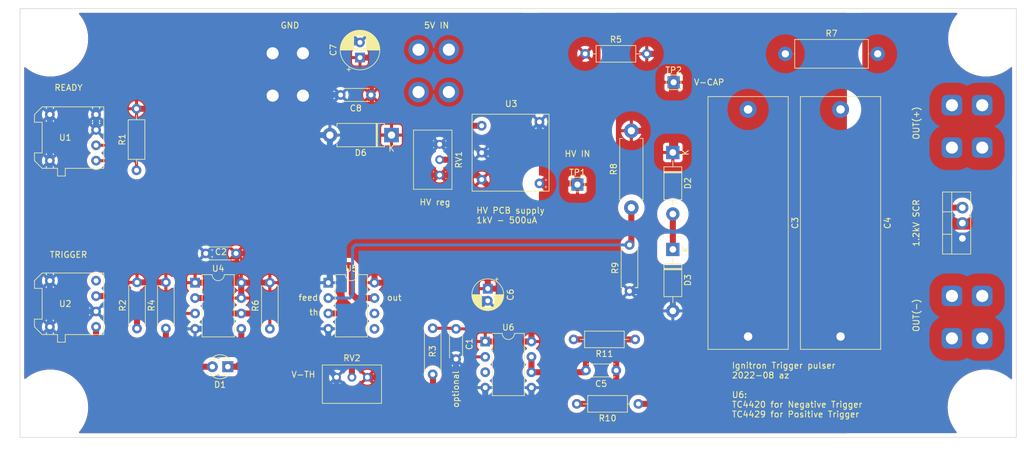
<source format=kicad_pcb>
(kicad_pcb (version 20211014) (generator pcbnew)

  (general
    (thickness 1.6)
  )

  (paper "A4")
  (layers
    (0 "F.Cu" signal)
    (31 "B.Cu" signal)
    (32 "B.Adhes" user "B.Adhesive")
    (33 "F.Adhes" user "F.Adhesive")
    (34 "B.Paste" user)
    (35 "F.Paste" user)
    (36 "B.SilkS" user "B.Silkscreen")
    (37 "F.SilkS" user "F.Silkscreen")
    (38 "B.Mask" user)
    (39 "F.Mask" user)
    (40 "Dwgs.User" user "User.Drawings")
    (41 "Cmts.User" user "User.Comments")
    (42 "Eco1.User" user "User.Eco1")
    (43 "Eco2.User" user "User.Eco2")
    (44 "Edge.Cuts" user)
    (45 "Margin" user)
    (46 "B.CrtYd" user "B.Courtyard")
    (47 "F.CrtYd" user "F.Courtyard")
    (48 "B.Fab" user)
    (49 "F.Fab" user)
    (50 "User.1" user)
    (51 "User.2" user)
    (52 "User.3" user)
    (53 "User.4" user)
    (54 "User.5" user)
    (55 "User.6" user)
    (56 "User.7" user)
    (57 "User.8" user)
    (58 "User.9" user)
  )

  (setup
    (stackup
      (layer "F.SilkS" (type "Top Silk Screen"))
      (layer "F.Paste" (type "Top Solder Paste"))
      (layer "F.Mask" (type "Top Solder Mask") (thickness 0.01))
      (layer "F.Cu" (type "copper") (thickness 0.035))
      (layer "dielectric 1" (type "core") (thickness 1.51) (material "FR4") (epsilon_r 4.5) (loss_tangent 0.02))
      (layer "B.Cu" (type "copper") (thickness 0.035))
      (layer "B.Mask" (type "Bottom Solder Mask") (thickness 0.01))
      (layer "B.Paste" (type "Bottom Solder Paste"))
      (layer "B.SilkS" (type "Bottom Silk Screen"))
      (copper_finish "None")
      (dielectric_constraints no)
    )
    (pad_to_mask_clearance 0)
    (pcbplotparams
      (layerselection 0x00010f0_ffffffff)
      (disableapertmacros false)
      (usegerberextensions true)
      (usegerberattributes true)
      (usegerberadvancedattributes true)
      (creategerberjobfile false)
      (svguseinch false)
      (svgprecision 6)
      (excludeedgelayer true)
      (plotframeref false)
      (viasonmask false)
      (mode 1)
      (useauxorigin false)
      (hpglpennumber 1)
      (hpglpenspeed 20)
      (hpglpendiameter 15.000000)
      (dxfpolygonmode true)
      (dxfimperialunits true)
      (dxfusepcbnewfont true)
      (psnegative false)
      (psa4output false)
      (plotreference true)
      (plotvalue true)
      (plotinvisibletext false)
      (sketchpadsonfab false)
      (subtractmaskfromsilk false)
      (outputformat 1)
      (mirror false)
      (drillshape 0)
      (scaleselection 1)
      (outputdirectory "gerbers/")
    )
  )

  (net 0 "")
  (net 1 "+5V")
  (net 2 "GND")
  (net 3 "/V_CAP")
  (net 4 "Net-(D1-Pad1)")
  (net 5 "Net-(D1-Pad2)")
  (net 6 "Net-(C5-Pad1)")
  (net 7 "Net-(C5-Pad2)")
  (net 8 "Net-(R1-Pad1)")
  (net 9 "Net-(R2-Pad1)")
  (net 10 "/TRIG")
  (net 11 "/HV_OUT")
  (net 12 "Net-(D2-Pad2)")
  (net 13 "Net-(RV1-Pad2)")
  (net 14 "Net-(RV2-Pad2)")
  (net 15 "Net-(U1-Pad2)")
  (net 16 "Net-(D4-Pad3)")
  (net 17 "unconnected-(U2-Pad4)")
  (net 18 "Net-(R8-Pad1)")
  (net 19 "Net-(R3-Pad2)")
  (net 20 "Net-(R6-Pad1)")
  (net 21 "/OUT_N")
  (net 22 "/OUT_P")
  (net 23 "unconnected-(U5-Pad5)")
  (net 24 "unconnected-(U5-Pad6)")
  (net 25 "unconnected-(U6-Pad3)")

  (footprint "MountingHole:MountingHole_2.5mm" (layer "F.Cu") (at 109.902 81.327))

  (footprint "Capacitor_THT:C_Rect_L41.5mm_W13.0mm_P37.50mm_MKS4" (layer "F.Cu") (at 240.25 93 -90))

  (footprint "my_library:Keystone_PC_screw_terminal" (layer "F.Cu") (at 173.64 78.135))

  (footprint "Diode_THT:D_DO-41_SOD81_P10.16mm_Horizontal" (layer "F.Cu") (at 212.586582 100.11 -90))

  (footprint "my_library:Keystone_PC_screw_terminal" (layer "F.Cu") (at 261.62 87.305))

  (footprint "Capacitor_THT:C_Disc_D4.3mm_W1.9mm_P5.00mm" (layer "F.Cu") (at 162.79 90.61 180))

  (footprint "Diode_THT:D_DO-41_SOD81_P10.16mm_Horizontal" (layer "F.Cu") (at 212.586582 116.11 -90))

  (footprint "Diode_THT:D_DO-15_P10.16mm_Horizontal" (layer "F.Cu") (at 166.18 97.24 180))

  (footprint "MountingHole:MountingHole_2.5mm" (layer "F.Cu") (at 264.160239 142.193))

  (footprint "Capacitor_THT:C_Disc_D4.3mm_W1.9mm_P5.00mm" (layer "F.Cu") (at 176.82 129.24 -90))

  (footprint "Resistor_THT:R_Axial_DIN0411_L9.9mm_D3.6mm_P12.70mm_Horizontal" (layer "F.Cu") (at 205.74 109.22 90))

  (footprint "Package_DIP:DIP-8_W7.62mm" (layer "F.Cu") (at 133.78 121.61))

  (footprint "Resistor_THT:R_Axial_DIN0207_L6.3mm_D2.5mm_P7.62mm_Horizontal" (layer "F.Cu") (at 128.96 129.18 90))

  (footprint "Resistor_THT:R_Axial_DIN0207_L6.3mm_D2.5mm_P7.62mm_Horizontal" (layer "F.Cu") (at 172.974 129.1336 -90))

  (footprint "my_library:Versatile_Link" (layer "F.Cu") (at 112.365 104 180))

  (footprint "Package_DIP:DIP-8_W7.62mm" (layer "F.Cu") (at 181.64 131.32))

  (footprint "Resistor_THT:R_Axial_DIN0207_L6.3mm_D2.5mm_P10.16mm_Horizontal" (layer "F.Cu") (at 198.12 83.82))

  (footprint "Potentiometer_THT:Potentiometer_Bourns_3299W_Vertical" (layer "F.Cu") (at 162.19 137.225))

  (footprint "Capacitor_THT:CP_Radial_D6.3mm_P2.50mm" (layer "F.Cu") (at 160.98 84.44238 90))

  (footprint "my_library:Keystone_PC_screw_terminal" (layer "F.Cu") (at 149.57 78.725))

  (footprint "Resistor_THT:R_Axial_DIN0207_L6.3mm_D2.5mm_P7.62mm_Horizontal" (layer "F.Cu") (at 124.2 129.18 90))

  (footprint "my_library:UMHV" (layer "F.Cu") (at 185.82 89.98))

  (footprint "TestPoint:TestPoint_THTPad_2.0x2.0mm_Drill1.0mm" (layer "F.Cu") (at 196.85 105.41))

  (footprint "Resistor_THT:R_Axial_DIN0207_L6.3mm_D2.5mm_P10.16mm_Horizontal" (layer "F.Cu") (at 206.38 130.98 180))

  (footprint "my_library:Versatile_Link" (layer "F.Cu") (at 112.365 131.4425 180))

  (footprint "Resistor_THT:R_Axial_DIN0207_L6.3mm_D2.5mm_P10.16mm_Horizontal" (layer "F.Cu") (at 124.12 103.05 90))

  (footprint "MountingHole:MountingHole_2.5mm" (layer "F.Cu") (at 109.902 142.193))

  (footprint "Capacitor_THT:CP_Radial_D5.0mm_P2.00mm" (layer "F.Cu") (at 182.06 122.594888 -90))

  (footprint "Capacitor_THT:C_Disc_D4.3mm_W1.9mm_P5.00mm" (layer "F.Cu") (at 203.25 136.1 180))

  (footprint "Capacitor_THT:C_Rect_L41.5mm_W13.0mm_P37.50mm_MKS4" (layer "F.Cu") (at 225 93 -90))

  (footprint "Potentiometer_THT:Potentiometer_Bourns_3299W_Vertical" (layer "F.Cu") (at 174.12 103.84 -90))

  (footprint "LED_THT:LED_D3.0mm" (layer "F.Cu") (at 139.17 135.49 180))

  (footprint "Resistor_THT:R_Axial_DIN0207_L6.3mm_D2.5mm_P7.62mm_Horizontal" (layer "F.Cu") (at 205.436582 123 90))

  (footprint "MountingHole:MountingHole_2.5mm" (layer "F.Cu") (at 264.24 81.327))

  (footprint "TestPoint:TestPoint_THTPad_2.0x2.0mm_Drill1.0mm" (layer "F.Cu") (at 212.716582 88.519))

  (footprint "Resistor_THT:R_Axial_DIN0207_L6.3mm_D2.5mm_P7.62mm_Horizontal" (layer "F.Cu") (at 146.11 129.22 90))

  (footprint "Package_DIP:DIP-8_W7.62mm" (layer "F.Cu") (at 155.75 121.61))

  (footprint "Capacitor_THT:C_Disc_D4.3mm_W1.9mm_P5.00mm" (layer "F.Cu") (at 140.54 116.78 180))

  (footprint "Package_TO_SOT_THT:TO-220-3_Vertical" (layer "F.Cu") (at 260.35 114.3 90))

  (footprint "Resistor_THT:R_Axial_DIN0207_L6.3mm_D2.5mm_P10.16mm_Horizontal" (layer "F.Cu") (at 206.9 141.62 180))

  (footprint "my_library:Keystone_PC_screw_terminal" (layer "F.Cu") (at 261.62 118.801))

  (footprint "Resistor_THT:R_Axial_DIN0414_L11.9mm_D4.5mm_P15.24mm_Horizontal" (layer "F.Cu") (at 231.14 83.82))

  (gr_rect (start 104.902 76.36) (end 269.24 147.16) (layer "Edge.Cuts") (width 0.1) (fill none) (tstamp ee82b68e-edcf-4d9a-8c83-5f8c4dfcb9b7))
  (gr_text "GND" (at 149.42686 79.121) (layer "F.SilkS") (tstamp 2e686623-f64a-4d3d-bc0a-cb40a30388f5)
    (effects (font (size 1 1) (thickness 0.15)))
  )
  (gr_text "Ignitron Trigger pulser\n2022-08 az\n\nU6:\nTC4420 for Negative Trigger\nTC4429 for Positive Trigger" (at 222.25 139.319) (layer "F.SilkS") (tstamp 4442e8fc-e331-4091-9390-cb741866a077)
    (effects (font (size 1 1) (thickness 0.15)) (justify left))
  )
  (gr_text "V-CAP" (at 218.567 88.519) (layer "F.SilkS") (tstamp 468ecb57-4ff0-4e7b-a9fc-8e6bdb7f3dd7)
    (effects (font (size 1 1) (thickness 0.15)))
  )
  (gr_text "feed" (at 150.749 124.079) (layer "F.SilkS") (tstamp 51cc1f5a-3ea3-4936-a394-a0d06ff3bcd6)
    (effects (font (size 1 1) (thickness 0.15)) (justify left))
  )
  (gr_text "HV IN" (at 196.85 100.33) (layer "F.SilkS") (tstamp 52e447c4-6029-42e2-b761-b14f46510186)
    (effects (font (size 1 1) (thickness 0.15)))
  )
  (gr_text "OUT(-)" (at 252.73 127 90) (layer "F.SilkS") (tstamp 6682ae07-3058-4897-a43f-90b77a0d1222)
    (effects (font (size 1 1) (thickness 0.15)))
  )
  (gr_text "th" (at 152.527 126.492) (layer "F.SilkS") (tstamp 699df944-2b37-433d-bfac-d2ec7ac3f66a)
    (effects (font (size 1 1) (thickness 0.15)) (justify left))
  )
  (gr_text "HV reg" (at 173.355 108.331) (layer "F.SilkS") (tstamp 6c827320-923d-4fa8-a569-ccc60c464cee)
    (effects (font (size 1 1) (thickness 0.15)))
  )
  (gr_text "HV PCB supply\n1kV - 500uA" (at 180.086 110.49) (layer "F.SilkS") (tstamp 83fad518-6ad3-4618-9987-339a45d86301)
    (effects (font (size 1 1) (thickness 0.15)) (justify left))
  )
  (gr_text "1.2kV SCR" (at 252.73 111.76 90) (layer "F.SilkS") (tstamp 8ff9a905-a32e-4b8b-989b-9341c22fa706)
    (effects (font (size 1 1) (thickness 0.15)))
  )
  (gr_text "out" (at 165.354 124.079) (layer "F.SilkS") (tstamp 9419857c-2708-4155-861c-2f8eb2570626)
    (effects (font (size 1 1) (thickness 0.15)) (justify left))
  )
  (gr_text "TRIGGER" (at 112.903 116.992451) (layer "F.SilkS") (tstamp a8b2b9bc-375a-46a5-80a0-bb9a279f8412)
    (effects (font (size 1 1) (thickness 0.15)))
  )
  (gr_text "OUT(+)" (at 252.73 95.25 90) (layer "F.SilkS") (tstamp be120f8e-c627-43c0-95ac-698b044bf654)
    (effects (font (size 1 1) (thickness 0.15)))
  )
  (gr_text "5V IN" (at 173.609 79.121) (layer "F.SilkS") (tstamp c7aa7dbf-9584-46a8-9eb1-577f676d2eec)
    (effects (font (size 1 1) (thickness 0.15)))
  )
  (gr_text "optional" (at 176.784 139.192 90) (layer "F.SilkS") (tstamp e0117db4-4184-4334-8464-7b5c505af0a0)
    (effects (font (size 1 1) (thickness 0.15)))
  )
  (gr_text "V-TH" (at 151.638 136.779) (layer "F.SilkS") (tstamp ef8d3e07-6583-4c5d-b473-676b074c9d7e)
    (effects (font (size 1 1) (thickness 0.15)))
  )
  (gr_text "READY" (at 112.903 89.408) (layer "F.SilkS") (tstamp f72ff607-8efd-4a39-a62f-ab44d29428f5)
    (effects (font (size 1 1) (thickness 0.15)))
  )

  (segment (start 180.3125 103.84) (end 181.0575 104.585) (width 1) (layer "F.Cu") (net 1) (tstamp 067063ef-affc-4d22-8463-eb3e4abccdc8))
  (segment (start 140.54 116.78) (end 140.54 120.75) (width 1) (layer "F.Cu") (net 1) (tstamp 0bba68d8-261e-4c5d-885c-c92e580b71ca))
  (segment (start 163.37 121.61) (end 163.37 117.904) (width 1) (layer "F.Cu") (net 1) (tstamp 0f5f4b84-4f7f-458b-8278-363bb65ab740))
  (segment (start 134.4952 92.89) (end 124.12 92.89) (width 1) (layer "F.Cu") (net 1) (tstamp 122bcd35-e801-4408-a510-20a648a1a2e1))
  (segment (start 113.665 90.17) (end 123.444 90.17) (width 0.5) (layer "F.Cu") (net 1) (tstamp 1d161e3d-4840-474f-9f9c-7ea1f32e1673))
  (segment (start 141.4 124.15) (end 141.4 121.61) (width 1) (layer "F.Cu") (net 1) (tstamp 270dd6a6-de21-4520-a2b0-2c63ee6af69e))
  (segment (start 163.407 97.24) (end 163.375 97.208) (width 0.5) (layer "F.Cu") (net 1) (tstamp 287d6b7e-62ac-4bd9-ae10-e61509c1e15b))
  (segment (start 124.2 121.56) (end 128.96 121.56) (width 1) (layer "F.Cu") (net 1) (tstamp 291badd9-9749-438c-8aed-b55e1fee8102))
  (segment (start 124.12 90.846) (end 124.12 92.89) (width 0.5) (layer "F.Cu") (net 1) (tstamp 2a2e22a7-41d3-482a-8127-44a73155e45c))
  (segment (start 124.2 117.977) (end 123.19 116.967) (width 0.5) (layer "F.Cu") (net 1) (tstamp 33743dd0-bd16-484b-8927-2cf4586c4875))
  (segment (start 135.9456 103.84) (end 135.2804 103.1748) (width 1) (layer "F.Cu") (net 1) (tstamp 355b9530-f920-4d58-82da-be4e11708515))
  (segment (start 182.06 122.594888) (end 188.736488 122.594888) (width 1) (layer "F.Cu") (net 1) (tstamp 3929b8f1-f50d-408a-bea0-53ffd46b0c29))
  (segment (start 182.06 105.5875) (end 181.0575 104.585) (width 1) (layer "F.Cu") (net 1) (tstamp 52805042-1d20-4123-9469-e23c62600804))
  (segment (start 163.37 117.904) (end 163.37 117.2944) (width 1) (layer "F.Cu") (net 1) (tstamp 5374a3d0-f13f-4400-847d-e4db1950a5a4))
  (segment (start 175.64 83.135) (end 175.64 90.135) (width 1) (layer "F.Cu") (net 1) (tstamp 5862e9ab-88f0-4e6d-84bd-4fa69c8b8087))
  (segment (start 170.64 83.135) (end 175.64 83.135) (width 1) (layer "F.Cu") (net 1) (tstamp 5de096bd-a678-499d-a267-588431cea570))
  (segment (start 168.864 103.84) (end 163.403 103.84) (width 1) (layer "F.Cu") (net 1) (tstamp 5e415341-a639-4817-9cbd-2578c8da93f6))
  (segment (start 163.375 103.868) (end 163.375 97.208) (width 1) (layer "F.Cu") (net 1) (tstamp 695fffdf-ec99-4adb-a44f-f0a4054a129b))
  (segment (start 163.37 103.873) (end 163.403 103.84) (width 1) (layer "F.Cu") (net 1) (tstamp 6a6cadbd-abe9-41b9-b34a-c33f564dafd0))
  (segment (start 163.37 103.873) (end 163.375 103.868) (width 1) (layer "F.Cu") (net 1) (tstamp 701af9ae-fc21-4d24-8a43-6a63fa4b9e31))
  (segment (start 113.03 116.332) (end 113.03 90.805) (width 0.5) (layer "F.Cu") (net 1) (tstamp 7d6d1bdf-0f69-4e29-b3c2-2be1211b34a9))
  (segment (start 141.41 121.6) (end 141.4 121.61) (width 1) (layer "F.Cu") (net 1) (tstamp 7f6a4ffc-9053-4528-aa48-425ed1001b9b))
  (segment (start 123.19 116.967) (end 113.665 116.967) (width 0.5) (layer "F.Cu") (net 1) (tstamp 80f8883e-5b72-4c2b-b0b4-920219cebb20))
  (segment (start 146.11 121.6) (end 141.41 121.6) (width 1) (layer "F.Cu") (net 1) (tstamp 84913913-2b70-4e7e-8a04-f59dc46fbc82))
  (segment (start 124.2 121.56) (end 124.2 117.977) (width 0.5) (layer "F.Cu") (net 1) (tstamp 85b9af20-e310-49f6-981c-dd6f88cc084a))
  (segment (start 133.78 121.61) (end 141.4 121.61) (width 1) (layer "F.Cu") (net 1) (tstamp 8ca722c2-6464-4aea-9369-deb8f701e676))
  (segment (start 135.2804 93.6752) (end 134.4952 92.89) (width 1) (layer "F.Cu") (net 1) (tstamp 8cb82971-52a3-44d9-a584-022d9394ce70))
  (segment (start 181.64 131.32) (end 189.26 131.32) (width 1) (layer "F.Cu") (net 1) (tstamp 8ec68f44-ab2a-4d36-a32e-8f03142cd26c))
  (segment (start 174.12 103.84) (end 168.864 103.84) (width 1) (layer "F.Cu") (net 1) (tstamp 957e1a66-08a4-475a-abfa-506a0c1efe8b))
  (segment (start 169.33262 84.44238) (end 170.64 83.135) (width 1) (layer "F.Cu") (net 1) (tstamp 99dfc74b-21a8-4fac-a33b-3bfd82550dc0))
  (segment (start 174.12 103.84) (end 180.3125 103.84) (width 1) (layer "F.Cu") (net 1) (tstamp 9c456ba7-5815-4871-9457-b3284de048ff))
  (segment (start 166.5224 122.5296) (end 165.6028 121.61) (width 1) (layer "F.Cu") (net 1) (tstamp 9e7a6bad-0c73-4327-b00b-a423aa4a5b00))
  (segment (start 113.03 90.805) (end 113.665 90.17) (width 0.5) (layer "F.Cu") (net 1) (tstamp a577914d-caa8-4366-b48d-7783b750fc33))
  (segment (start 188.736488 122.594888) (end 189.26 123.1184) (width 1) (layer "F.Cu") (net 1) (tstamp aa3bcff2-a675-4608-9602-36447ec768b1))
  (segment (start 166.5224 135.7884) (end 166.5224 122.5296) (width 1) (layer "F.Cu") (net 1) (tstamp ab2d11b6-fb2a-4f46-ae3f-451fe5e806a1))
  (segment (start 123.444 90.17) (end 124.12 90.846) (width 0.5) (layer "F.Cu") (net 1) (tstamp ab5df0bc-cce0-47b8-87a6-66a36b22c408))
  (segment (start 135.2804 103.1748) (end 135.2804 93.6752) (width 1) (layer "F.Cu") (net 1) (tstamp ac188212-e7eb-4b46-830f-31306ae230ba))
  (segment (start 140.54 116.78) (end 162.8556 116.78) (width 1) (layer "F.Cu") (net 1) (tstamp b0d58a21-2385-48d6-a26b-b74e39154302))
  (segment (start 163.37 117.904) (end 163.37 103.873) (width 1) (layer "F.Cu") (net 1) (tstamp b3cfcc4e-b509-402b-9352-32ba1b98e98c))
  (segment (start 162.79 85.34276) (end 163.69038 84.44238) (width 1) (layer "F.Cu") (net 1) (tstamp b6416343-6143-4fa0-b8fc-843a010d9ec9))
  (segment (start 113.665 116.967) (end 113.03 116.332) (width 0.5) (layer "F.Cu") (net 1) (tstamp be41521b-ebaf-410b-8b59-2340c3c7bf5e))
  (segment (start 162.79 90.61) (end 162.79 85.34276) (width 1) (layer "F.Cu") (net 1) (tstamp c3f82b7b-251b-4900-af38-8158dc93835c))
  (segment (start 163.375 97.208) (end 163.375 94.435) (width 1) (layer "F.Cu") (net 1) (tstamp cdf62bf1-2a61-47a1-9252-74df0e4a12ef))
  (segment (start 182.06 122.594888) (end 182.06 105.5875) (width 1) (layer "F.Cu") (net 1) (tstamp d0b7557e-95a7-4ff0-8475-f63974722e9a))
  (segment (start 166.18 97.24) (end 163.407 97.24) (width 0.5) (layer "F.Cu") (net 1) (tstamp d49cb5be-208a-49b3-8986-3c7b4d22d6f4))
  (segment (start 163.69038 84.44238) (end 169.33262 84.44238) (width 1) (layer "F.Cu") (net 1) (tstamp d4a29348-d493-4924-894f-81676203cdc1))
  (segment (start 165.6028 121.61) (end 163.37 121.61) (width 1) (layer "F.Cu") (net 1) (tstamp d604c46b-10de-4067-b57b-14ec9197374d))
  (segment (start 162.79 90.61) (end 162.79 93.85) (width 1) (layer "F.Cu") (net 1) (tstamp dca8cdb9-cb88-4b82-952f-47a8ccd40ea8))
  (segment (start 189.26 123.1184) (end 189.26 131.32) (width 1) (layer "F.Cu") (net 1) (tstamp e267c532-9ee2-484f-8167-bdfdae44cb51))
  (segment (start 140.54 120.75) (end 141.4 121.61) (width 1) (layer "F.Cu") (net 1) (tstamp e2c5db83-239b-402f-b7fe-ac79505b4aa0))
  (segment (start 163.403 103.84) (end 135.9456 103.84) (width 1) (layer "F.Cu") (net 1) (tstamp e8093a70-a51b-444b-8219-2bb526d151d1))
  (segment (start 162.79 93.85) (end 163.375 94.435) (width 1) (layer "F.Cu") (net 1) (tstamp e9044984-55d6-41a3-b269-f7c47e9eca6b))
  (segment (start 170.64 83.135) (end 170.64 90.135) (width 1) (layer "F.Cu") (net 1) (tstamp e96207aa-125f-4a15-ab25-de7b0bdea0cb))
  (segment (start 162.19 137.225) (end 165.0858 137.225) (width 1) (layer "F.Cu") (net 1) (tstamp ed63f269-826e-468a-ae8f-b66ded22a7a0))
  (segment (start 160.98 84.44238) (end 163.69038 84.44238) (width 1) (layer "F.Cu") (net 1) (tstamp eec8a6a1-daa6-4c6e-a2f8-6e66913bc6ab))
  (segment (start 162.8556 116.78) (end 163.37 117.2944) (width 1) (layer "F.Cu") (net 1) (tstamp f7c59d3b-150e-4fe4-9d7a-d8150b555fa0))
  (segment (start 165.0858 137.225) (end 166.5224 135.7884) (width 1) (layer "F.Cu") (net 1) (tstamp ffc085f0-5f24-4480-9762-f6a7564d320f))
  (segment (start 152.2476 144.1704) (end 156.8196 144.1704) (width 1) (layer "B.Cu") (net 2) (tstamp 026b828f-c145-44b8-a87b-17083d2686fc))
  (segment (start 174.12 98.76) (end 171.4452 98.76) (width 1) (layer "B.Cu") (net 2) (tstamp 07dbc9fd-d974-4a19-977f-78b62683ee86))
  (segment (start 240.25 130.5) (end 225 130.5) (width 1) (layer "B.Cu") (net 2) (tstamp 09a01d93-288f-4506-a562-b85215b34258))
  (segment (start 133.78 129.23) (end 137.0128 129.23) (width 1) (layer "B.Cu") (net 2) (tstamp 0d9ed097-083a-4ca8-98b5-f60a4c12b058))
  (segment (start 225.1456 124.7648) (end 225 124.9104) (width 1) (layer "B.Cu") (net 2) (tstamp 104d2ea9-2986-4f32-af49-91118d92b39e))
  (segment (start 176.82 144.1556) (end 176.8348 144.1704) (width 1) (layer "B.Cu") (net 2) (tstamp 1504993f-0210-4978-9602-705fbf4a4abb))
  (segment (start 117.445 126.3625) (end 110.1065 126.3625) (width 1) (layer "B.Cu") (net 2) (tstamp 16c12f8d-a9ce-4e1f-b395-2ad0bc43e76b))
  (segment (start 189.928 100.14) (end 181.0575 100.14) (width 1) (layer "B.Cu") (net 2) (tstamp 17c9a4ea-1e30-4586-9276-ac3013b91d01))
  (segment (start 171.4452 98.76) (end 169.1 101.1052) (width 1) (layer "B.Cu") (net 2) (tstamp 18cf9091-a2f4-41fe-84e4-b4df1d7bf12e))
  (segment (start 109.825 126.081) (end 109.825 128.9025) (width 1) (layer "B.Cu") (net 2) (tstamp 19babd50-6c56-4c8a-b536-ffdb1164a3d1))
  (segment (start 156.02 101.1052) (end 156.02 115.4816) (width 1) (layer "B.Cu") (net 2) (tstamp 26876a32-8807-4cfb-b77d-1e29e6d8b522))
  (segment (start 146.57 90.725) (end 151.57 90.725) (width 1) (layer "B.Cu") (net 2) (tstamp 26a83821-4bc7-4e41-803f-5e8d19182c3e))
  (segment (start 156.02 115.4816) (end 156.02 121.34) (width 1) (layer "B.Cu") (net 2) (tstamp 27bfdb5a-d4d9-4caf-821e-0fed526dbe2a))
  (segment (start 225 124.9104) (end 225 130.5) (width 1) (layer "B.Cu") (net 2) (tstamp 2a13f6b7-0736-4f87-b001-9b8c789e8b87))
  (segment (start 176.8348 144.1704) (end 181.61 144.1704) (width 1) (layer "B.Cu") (net 2) (tstamp 2e5fbd59-f8ae-420c-b89e-8c299bbfff35))
  (segment (start 181.64 144.1404) (end 181.61 144.1704) (width 1) (layer "B.Cu") (net 2) (tstamp 315ed40d-2ed2-43d4-ab56-86ff969d4795))
  (segment (start 212.586582 126.27) (end 212.586582 123.432582) (width 1) (layer "B.Cu") (net 2) (tstamp 3397b604-311c-4b38-bc60-c8ab48bda992))
  (segment (start 156.02 97.24) (end 156.02 101.1052) (width 1) (layer "B.Cu") (net 2) (tstamp 34f05fae-1baf-4c00-97ee-d83fccb60384))
  (segment (start 260.35 114.3) (end 242.57 114.3) (width 1.5) (layer "B.Cu") (net 2) (tstamp 375cc216-172a-4c41-9f09-6ff6dfda148a))
  (segment (start 109.825 128.9025) (end 109.825 132.7358) (width 1) (layer "B.Cu") (net 2) (tstamp 38c8d13c-d60b-4203-9dc8-3ee086e34d77))
  (segment (start 181.64 138.94) (end 181.64 144.1404) (width 1) (layer "B.Cu") (net 2) (tstamp 52bf8c9f-a7b7-4b89-8df7-108d979d1b8c))
  (segment (start 155.75 135.865) (end 157.11 137.225) (width 1) (layer "B.Cu") (net 2) (tstamp 538a5dae-8fb2-43b3-8c61-973e39d0f8b8))
  (segment (start 135.54 116.78) (end 137.608 116.78) (width 1) (layer "B.Cu") (net 2) (tstamp 59ec3591-075b-47bb-8852-a8e0afa0d6c8))
  (segment (start 112.026665 134.7724) (end 117.665465 140.4112) (width 1) (layer "B.Cu") (net 2) (tstamp 5b02613f-efef-4dd0-85cc-be1c896d096d))
  (segment (start 151.57 83.725) (end 146.57 83.725) (width 1) (layer "B.Cu") (net 2) (tstamp 5bf810e2-0301-40b2-b0db-351f308659e8))
  (segment (start 222.3516 144.1704) (end 225 141.522) (width 1) (layer "B.Cu") (net 2) (tstamp 5f85fd97-41c9-4095-8bcb-a496b4c28b9a))
  (segment (start 151.5364 96.6216) (end 151.57 96.588) (width 1) (layer "B.Cu") (net 2) (tstamp 6640c556-30bc-4fc7-a797-35ec65cf0f77))
  (segment (start 181.61 144.1704) (end 186.9948 144.1704) (width 1) (layer "B.Cu") (net 2) (tstamp 66c97e6e-49ff-48b7-938e-a4ee6251c17f))
  (segment (start 153.35262 81.94238) (end 151.57 83.725) (width 1) (layer "B.Cu") (net 2) (tstamp 678b0808-6a49-4948-bc77-b41d6e5561d1))
  (segment (start 117.445 96.38) (end 117.445 90.8858) (width 1) (layer "B.Cu") (net 2) (tstamp 6d80ade7-b6e9-474b-94de-a6104f53c80e))
  (segment (start 212.154 123) (end 223.3808 123) (width 1) (layer "B.Cu") (net 2) (tstamp 70359891-8746-4b74-9fb2-fa145252d9e0))
  (segment (start 190.5825 95.06) (end 190.5825 99.4855) (width 1) (layer "B.Cu") (net 2) (tstamp 7322f032-5319-4f33-bcd6-9441ee79d3eb))
  (segment (start 174.12 98.76) (end 179.6775 98.76) (width 1) (layer "B.Cu") (net 2) (tstamp 743342c3-1031-4be5-85f5-035a8da720e8))
  (segment (start 109.825 93.84) (end 109.825 126.081) (width 1) (layer "B.Cu") (net 2) (tstamp 7b3ca537-60ed-4e7b-97f3-871d59b36603))
  (segment (start 189.26 142.8704) (end 189.26 138.94) (width 1) (layer "B.Cu") (net 2) (tstamp 7c15e983-d86d-4112-8b09-d22a0e2aa9db))
  (segment (start 117.665465 140.4112) (end 148.4884 140.4112) (width 1) (layer "B.Cu") (net 2) (tstamp 7d6d569a-7369-4b37-b54d-19f8e663e1c4))
  (segment (start 157.11 137.225) (end 157.11 143.88) (width 1) (layer "B.Cu") (net 2) (tstamp 8012a88b-741b-497c-b2fc-98d8d2fc038e))
  (segment (start 151.57 96.588) (end 151.57 90.725) (width 1) (layer "B.Cu") (net 2) (tstamp 80cb90dd-8449-449f-bec1-5e371021e295))
  (segment (start 146.57 83.725) (end 146.57 90.725) (width 1) (layer "B.Cu") (net 2) (tstamp 842c62a3-da79-4cc2-9eb8-0e81d553171d))
  (segment (start 117.6058 90.725) (end 111.5606 90.725) (width 1) (layer "B.Cu") (net 2) (tstamp 86e551fb-c842-4248-aa18-36dd15201ff5))
  (segment (start 169.537112 124.594888) (end 169.164 124.968) (width 1.5) (layer "B.Cu") (net 2) (tstamp 89df74cb-be0a-4207-a8ee-bcac38ec6aa1))
  (segment (start 176.82 134.24) (end 176.82 144.1556) (width 1) (layer "B.Cu") (net 2) (tstamp 8af69020-ca2f-49fb-b40b-eec6f13c666d))
  (segment (start 151.57 83.725) (end 151.57 90.725) (width 1) (layer "B.Cu") (net 2) (tstamp 8ce5f070-df4e-4d8d-b78f-3ef1b6a0875c))
  (segment (start 141.685 90.725) (end 146.57 90.725) (width 1) (layer "B.Cu") (net 2) (tstamp 9564f3a4-6023-4ead-bcf1-3cc369e5ee32))
  (segment (start 170.308 134.24) (end 176.82 134.24) (width 1.5) (layer "B.Cu") (net 2) (tstamp 9cad7aee-f878-47c5-b3a8-5fd983e740e3))
  (segment (start 109.825 92.4606) (end 109.825 93.84) (width 1) (layer "B.Cu") (net 2) (tstamp 9dd5a8cb-6a16-48ca-86e4-360fc9a67dcf))
  (segment (start 152.1548 97.24) (end 151.5364 96.6216) (width 1) (layer "B.Cu") (net 2) (tstamp a18da1d6-412f-494b-867d-28a1d0ab5318))
  (segment (start 111.5606 90.725) (end 109.825 92.4606) (width 1) (layer "B.Cu") (net 2) (tstamp a1edcf75-5f8a-44d4-bcc2-8b43dedf8d3d))
  (segment (start 157.79 90.61) (end 151.685 90.61) (width 1) (layer "B.Cu") (net 2) (tstamp a2e558f5-613f-46e9-9cf9-2bb36cf255b2))
  (segment (start 242.57 114.3) (end 240.25 116.62) (width 1.5) (layer "B.Cu") (net 2) (tstamp a6021812-9e1f-44b0-b46d-462cc7c2435b))
  (segment (start 179.6775 98.76) (end 181.0575 100.14) (width 1) (layer "B.Cu") (net 2) (tstamp a8418fd3-c3ee-4db2-96c7-87cd9a057c45))
  (segment (start 205.436582 123) (end 212.154 123) (width 1) (layer "B.Cu") (net 2) (tstamp a8bd97a1-b910-488e-a709-6d3a182b90b9))
  (segment (start 148.4884 140.4112) (end 152.2476 144.1704) (width 1) (layer "B.Cu") (net 2) (tstamp ab5eedbe-bf43-43a6-87ca-b41cff2974ef))
  (segment (start 186.9948 144.1704) (end 187.96 144.1704) (width 1) (layer "B.Cu") (net 2) (tstamp ab947eae-df72-4d66-8960-0abc3263980c))
  (segment (start 187.96 144.1704) (end 189.26 142.8704) (width 1) (layer "B.Cu") (net 2) (tstamp b42b3d16-0988-4f7b-ad3f-dfc376005ee3))
  (segment (start 137.0128 129.23) (end 137.7696 128.4732) (width 1) (layer "B.Cu") (net 2) (tstamp b717e918-d885-4b5e-8cb9-5f21e632bbf9))
  (segment (start 169.164 133.096) (end 170.308 134.24) (width 1.5) (layer "B.Cu") (net 2) (tstamp b7373fb1-f2d1-4858-b444-c1fa1c7d7589))
  (segment (start 137.7696 116.9416) (end 137.7696 94.6404) (width 1) (layer "B.Cu") (net 2) (tstamp bcda48d7-143f-4339-b650-44c766df9584))
  (segment (start 156.02 121.34) (end 155.75 121.61) (width 1) (layer "B.Cu") (net 2) (tstamp bea25862-abba-489f-bceb-f737bbb678c5))
  (segment (start 146.57 90.725) (end 117.6058 90.725) (width 1) (layer "B.Cu") (net 2) (tstamp c097debe-e454-4251-b206-03e8af27b926))
  (segment (start 110.1065 126.3625) (end 109.825 126.081) (width 1) (layer "B.Cu") (net 2) (tstamp c0acfb15-02d9-42a3-a500-96274a64592b))
  (segment (start 111.8616 134.7724) (end 112.026665 134.7724) (width 1) (layer "B.Cu") (net 2) (tstamp c69efd68-b8d0-497d-ae25-5b69017e5c77))
  (segment (start 182.06 124.594888) (end 169.537112 124.594888) (width 1.5) (layer "B.Cu") (net 2) (tstamp c96061bd-3d95-476c-8bb0-834106b9d3ad))
  (segment (start 186.9948 144.1704) (end 222.3516 144.1704) (width 1) (layer "B.Cu") (net 2) (tstamp c9ce1a3e-47c7-44d0-b996-b5e1371944d4))
  (segment (start 156.8196 144.1704) (end 176.8348 144.1704) (width 1) (layer "B.Cu") (net 2) (tstamp ca3447a0-f277-4f17-aec2-eaa40bb8c817))
  (segment (start 225 141.522) (end 225 130.5) (width 1) (layer "B.Cu") (net 2) (tstamp cabb551b-ff3a-4f07-8ccd-8405510b9c66))
  (segment (start 137.7696 128.4732) (end 137.7696 116.9416) (width 1) (layer "B.Cu") (net 2) (tstamp cb925ac0-73d3-4882-a49f-5147b03d9cea))
  (segment (start 212.586582 123.432582) (end 212.154 123) (width 1) (layer "B.Cu") (net 2) (tstamp cc01b3f4-147d-481d-8902-40d2836a0c1c))
  (segment (start 190.5825 99.4855) (end 189.928 100.14) (width 1) (layer "B.Cu") (net 2) (tstamp d16b71a0-2f71-4865-a6b4-ecbd2bbe910a))
  (segment (start 151.685 90.61) (end 151.57 90.725) (width 1) (layer "B.Cu") (net 2) (tstamp d87cc3e6-70e4-41ba-bfa9-1612995ab3dd))
  (segment (start 160.98 81.94238) (end 153.35262 81.94238) (width 1) (layer "B.Cu") (net 2) (tstamp dce81c27-16c7-4397-b7d9-dfe2225cc620))
  (segment (start 240.25 116.62) (end 240.25 130.5) (width 1.5) (layer "B.Cu") (net 2) (tstamp df22b6a0-f5ef-4e5f-a6d2-a31670a8211a))
  (segment (start 137.608 116.78) (end 137.7696 116.9416) (width 1) (layer "B.Cu") (net 2) (tstamp e154511e-8174-485a-9e18-62db0251620f))
  (segment (start 169.164 124.968) (end 169.164 133.096) (width 1.5) (layer "B.Cu") (net 2) (tstamp e8bfd001-6a4d-48a9-9bf2-3370636ac4d3))
  (segment (start 155.75 129.23) (end 155.75 135.865) (width 1) (layer "B.Cu") (net 2) (tstamp eda6fd21-2ea8-44f4-891c-53d66d7771f2))
  (segment (start 109.825 132.7358) (end 111.8616 134.7724) (width 1) (layer "B.Cu") (net 2) (tstamp ee4ece16-ea5e-4429-865a-74aa915cfdb5))
  (segment (start 117.445 90.8858) (end 117.6058 90.725) (width 1) (layer "B.Cu") (net 2) (tstamp f38ba6d3-1f71-4eeb-a957-2933795ca8f3))
  (segment (start 156.02 97.24) (end 152.1548 97.24) (width 1) (layer "B.Cu") (net 2) (tstamp f86cba30-221c-4482-a722-9565a7604bea))
  (segment (start 137.7696 94.6404) (end 141.685 90.725) (width 1) (layer "B.Cu") (net 2) (tstamp fad4baf9-d512-483e-9c62-5ba683d77963))
  (segment (start 157.11 143.88) (end 156.8196 144.1704) (width 1) (layer "B.Cu") (net 2) (tstamp fb5a7acc-7e27-491b-9150-81e0e84615f0))
  (segment (start 169.1 101.1052) (end 156.02 101.1052) (width 1) (layer "B.Cu") (net 2) (tstamp fed2fd0e-704a-4afe-87e8-ad7286f8a38e))
  (segment (start 223.3808 123) (end 225.1456 124.7648) (width 1) (layer "B.Cu") (net 2) (tstamp ff43067c-f13b-4bbb-abe0-731be03358e0))
  (segment (start 211.455 83.82) (end 212.716582 85.081582) (width 1) (layer "F.Cu") (net 3) (tstamp 0ac5d712-8b22-4039-a8a6-1b4baff1e41f))
  (segment (start 212.716582 92.41) (end 212.716582 88.519) (width 1.5) (layer "F.Cu") (net 3) (tstamp 1323a4ec-1d07-4c42-b62a-d60d9bd5bfbd))
  (segment (start 235.041 93) (end 225 93) (width 1.5) (layer "F.Cu") (net 3) (tstamp 196695a4-f67d-465e-b028-6ae9876eeffb))
  (segment (start 231.14 89.099) (end 235.041 93) (width 1) (layer "F.Cu") (net 3) (tstamp 24d18766-a0ad-4c07-b97c-22915e6811b7))
  (segment (start 205.74 96.52) (end 212.344 96.52) (width 1) (layer "F.Cu") (net 3) (tstamp 57e9346e-8e37-4492-9cce-9087b9445d55))
  (segment (start 212.344 96.52) (end 212.716582 96.892582) (width 1) (layer "F.Cu") (net 3) (tstamp 73750cf9-6165-43b2-a2d7-a6076f3f724a))
  (segment (start 212.716582 88.519) (end 212.716582 96.892582) (width 1.5) (layer "F.Cu") (net 3) (tstamp 79097c73-d5f5-4029-82b6-68f7c771231c))
  (segment (start 240.25 93) (end 235.041 93) (width 1.5) (layer "F.Cu") (net 3) (tstamp 8156162f-f51a-406f-9df4-285ef50dc41e))
  (segment (start 231.14 83.82) (end 231.14 89.099) (width 1) (layer "F.Cu") (net 3) (tstamp be3485fb-9d3c-40d5-abfd-0f4dfff6875d))
  (segment (start 212.716582 99.98) (end 212.586582 100.11) (width 1.5) (layer "F.Cu") (net 3) (tstamp cd377e30-a192-4dd4-b5fa-d775e5c2c804))
  (segment (start 208.28 83.82) (end 211.455 83.82) (width 1) (layer "F.Cu") (net 3) (tstamp da56c52c-01c5-4d0a-8023-09fa9845a86f))
  (segment (start 212.716582 85.081582) (end 212.716582 88.519) (width 1) (layer "F.Cu") (net 3) (tstamp e1e87fbc-81a3-4f39-bc2e-98a0138c5668))
  (segment (start 212.716582 96.892582) (end 212.716582 99.98) (width 1.5) (layer "F.Cu") (net 3) (tstamp ed33d70c-b3e7-4503-971d-c2c960030b98))
  (segment (start 208.28 83.82) (end 231.14 83.82) (width 1) (layer "F.Cu") (net 3) (tstamp f60a4af5-8b13-4331-a1e3-70ebf47d1abc))
  (segment (start 140.6588 135.49) (end 139.17 135.49) (width 1) (layer "F.Cu") (net 4) (tstamp 25aaa79a-8bed-404f-a349-50b4338d6eda))
  (segment (start 141.4 134.7488) (end 140.6588 135.49) (width 1) (layer "F.Cu") (net 4) (tstamp 55a10153-4934-4cbc-ad6f-3617c667d63e))
  (segment (start 141.4 129.23) (end 141.4 134.7488) (width 1) (layer "F.Cu") (net 4) (tstamp 63b27f21-2e98-4da4-8211-8f6822a1da21))
  (segment (start 128.96 129.18) (end 128.96 134.802) (width 1) (layer "F.Cu") (net 5) (tstamp 0859d7de-80e1-4656-a631-01abb052b5c0))
  (segment (start 129.648 135.49) (end 136.63 135.49) (width 1) (layer "F.Cu") (net 5) (tstamp 221ba3fb-0737-489a-ba75-4dacc8be1f36))
  (segment (start 128.96 134.802) (end 129.648 135.49) (width 1) (layer "F.Cu") (net 5) (tstamp 38a8a5d1-da0e-41eb-b99a-ebcda42333e1))
  (segment (start 203.792 130.98) (end 206.38 130.98) (width 1) (layer "F.Cu") (net 6) (tstamp 507f66c7-c410-4b17-b02f-d8f670075e74))
  (segment (start 202.296 141.62) (end 203.25 140.666) (width 1) (layer "F.Cu") (net 6) (tstamp 62e8c368-4aa3-4486-89b9-c54568641688))
  (segment (start 203.25 140.666) (end 203.25 136.1) (width 1) (layer "F.Cu") (net 6) (tstamp 9a37ef8f-7a01-447a-8c47-06410e1f076b))
  (segment (start 203.25 136.1) (end 203.25 131.522) (width 1) (layer "F.Cu") (net 6) (tstamp c6ce749f-bfe5-4710-bc88-c9e3c90008f8))
  (segment (start 203.25 131.522) (end 203.792 130.98) (width 1) (layer "F.Cu") (net 6) (tstamp d951874a-f6b8-4a39-8c68-9552cd0d56c3))
  (segment (start 196.74 141.62) (end 202.296 141.62) (width 1) (layer "F.Cu") (net 6) (tstamp ec57b391-7338-41e1-a453-eaeed51f75e1))
  (segment (start 189.26 133.86) (end 189.26 136.4) (width 1) (layer "F.Cu") (net 7) (tstamp 229fb7d2-6c48-4120-ab8f-3a4cdfead7a0))
  (segment (start 198.25 131.3972) (end 197.8328 130.98) (width 1) (layer "F.Cu") (net 7) (tstamp a4dff66e-e1db-4787-9f26-1e91967ce48e))
  (segment (start 198.25 136.1) (end 198.25 131.3972) (width 1) (layer "F.Cu") (net 7) (tstamp d690dfe4-b74d-464d-bd31-c5fa51b5740e))
  (segment (start 197.8328 130.98) (end 196.22 130.98) (width 1) (layer "F.Cu") (net 7) (tstamp d85236b3-fc8f-4901-b87e-f9f16ac73df9))
  (segment (start 197.95 136.4) (end 198.25 136.1) (width 1) (layer "F.Cu") (net 7) (tstamp ef54d737-e14c-4d0c-a88b-0b55885d2cf7))
  (segment (start 189.26 136.4) (end 197.95 136.4) (width 1) (layer "F.Cu") (net 7) (tstamp f9825c58-09cb-46e1-96b1-d7fd60161d40))
  (segment (start 123.812 101.46) (end 124.12 101.768) (width 0.5) (layer "F.Cu") (net 8) (tstamp 5100bf7c-dadb-482c-8a11-d4ea0e48e7b0))
  (segment (start 117.445 101.46) (end 123.812 101.46) (width 0.5) (layer "F.Cu") (net 8) (tstamp 995cacd9-7b9e-4a9e-8b97-6c0282f6d403))
  (segment (start 124.12 101.768) (end 124.12 103.05) (width 0.5) (layer "F.Cu") (net 8) (tstamp b8b243e3-151f-4908-8fd6-7fe9eeaa0959))
  (segment (start 117.445 123.8225) (end 123.8225 123.8225) (width 1) (layer "F.Cu") (net 9) (tstamp 8fa313bd-7888-4f77-ade4-7fd1d897d71b))
  (segment (start 123.8225 123.8225) (end 124.2 124.2) (w
... [812369 chars truncated]
</source>
